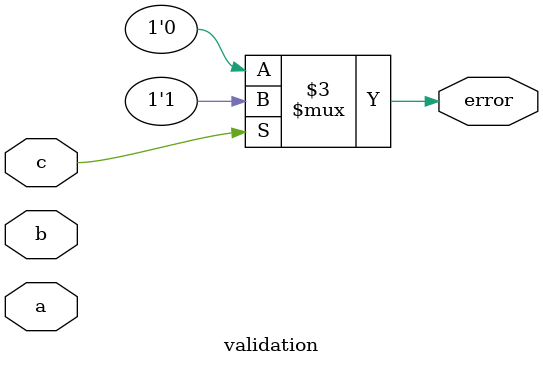
<source format=sv>
module validation
(
	input a,
	input b,
	input c,
	
	output logic error

);


always_comb
begin

	if(a)
		error = 1'b1;
	else
		error = 1'b0;
		
	if(b)
		error = 1'b1;
	else
		error = 1'b0;
		
	if(c)
		error = 1'b1;
	else
		error = 1'b0;
		
end


endmodule


</source>
